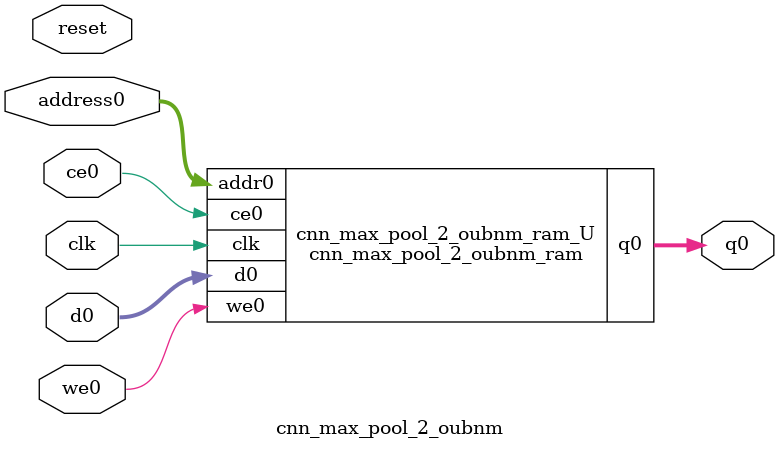
<source format=v>
`timescale 1 ns / 1 ps
module cnn_max_pool_2_oubnm_ram (addr0, ce0, d0, we0, q0,  clk);

parameter DWIDTH = 14;
parameter AWIDTH = 9;
parameter MEM_SIZE = 400;

input[AWIDTH-1:0] addr0;
input ce0;
input[DWIDTH-1:0] d0;
input we0;
output reg[DWIDTH-1:0] q0;
input clk;

(* ram_style = "block" *)reg [DWIDTH-1:0] ram[0:MEM_SIZE-1];




always @(posedge clk)  
begin 
    if (ce0) 
    begin
        if (we0) 
        begin 
            ram[addr0] <= d0; 
        end 
        q0 <= ram[addr0];
    end
end


endmodule

`timescale 1 ns / 1 ps
module cnn_max_pool_2_oubnm(
    reset,
    clk,
    address0,
    ce0,
    we0,
    d0,
    q0);

parameter DataWidth = 32'd14;
parameter AddressRange = 32'd400;
parameter AddressWidth = 32'd9;
input reset;
input clk;
input[AddressWidth - 1:0] address0;
input ce0;
input we0;
input[DataWidth - 1:0] d0;
output[DataWidth - 1:0] q0;



cnn_max_pool_2_oubnm_ram cnn_max_pool_2_oubnm_ram_U(
    .clk( clk ),
    .addr0( address0 ),
    .ce0( ce0 ),
    .we0( we0 ),
    .d0( d0 ),
    .q0( q0 ));

endmodule


</source>
